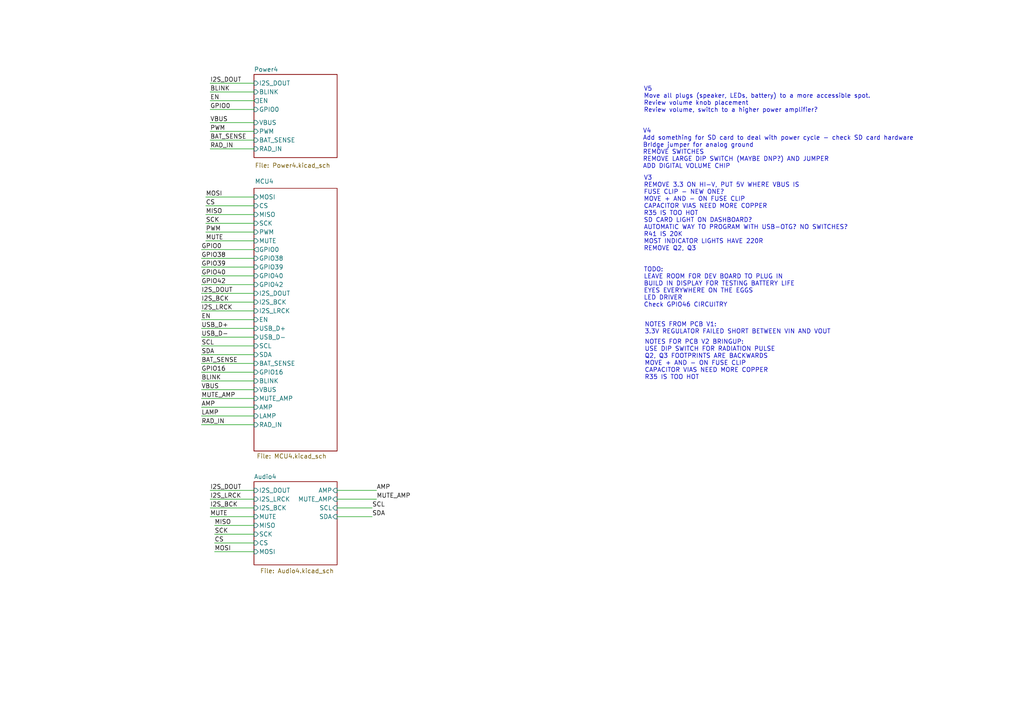
<source format=kicad_sch>
(kicad_sch
	(version 20250114)
	(generator "eeschema")
	(generator_version "9.0")
	(uuid "0a781558-ebe5-4562-8748-3cbe471da24e")
	(paper "A4")
	(title_block
		(title "POWER")
	)
	(lib_symbols)
	(text "V5\nMove all plugs (speaker, LEDs, battery) to a more accessible spot.\nReview volume knob placement\nReview volume, switch to a higher power amplifier? "
		(exclude_from_sim no)
		(at 186.69 28.956 0)
		(effects
			(font
				(size 1.27 1.27)
			)
			(justify left)
		)
		(uuid "0d12acfd-8745-4a93-a370-ea048b90e2a5")
	)
	(text "V3\nREMOVE 3.3 ON HI-V, PUT 5V WHERE VBUS IS\nFUSE CLIP - NEW ONE?\nMOVE + AND - ON FUSE CLIP\nCAPACITOR VIAS NEED MORE COPPER\nR35 IS TOO HOT\nSD CARD LIGHT ON DASHBOARD?\nAUTOMATIC WAY TO PROGRAM WITH USB-OTG? NO SWITCHES?\nR41 IS 20K\nMOST INDICATOR LIGHTS HAVE 220R \nREMOVE Q2, Q3\n\n\nTODO:\nLEAVE ROOM FOR DEV BOARD TO PLUG IN\nBUILD IN DISPLAY FOR TESTING BATTERY LIFE\nEYES EVERYWHERE ON THE EGGS\nLED DRIVER\nCheck GPIO46 CIRCUITRY"
		(exclude_from_sim no)
		(at 186.69 70.104 0)
		(effects
			(font
				(size 1.27 1.27)
			)
			(justify left)
		)
		(uuid "3760ff42-b08b-4703-aaf8-aeb1eb1db20c")
	)
	(text "NOTES FOR PCB V2 BRINGUP:\nUSE DIP SWITCH FOR RADIATION PULSE\nQ2, Q3 FOOTPRINTS ARE BACKWARDS\nMOVE + AND - ON FUSE CLIP\nCAPACITOR VIAS NEED MORE COPPER\nR35 IS TOO HOT"
		(exclude_from_sim no)
		(at 186.944 104.394 0)
		(effects
			(font
				(size 1.27 1.27)
			)
			(justify left)
		)
		(uuid "3eee940c-3daf-4539-b402-6624e95890bf")
	)
	(text "NOTES FROM PCB V1:\n3.3V REGULATOR FAILED SHORT BETWEEN VIN AND VOUT"
		(exclude_from_sim no)
		(at 186.944 95.25 0)
		(effects
			(font
				(size 1.27 1.27)
			)
			(justify left)
		)
		(uuid "4bc7d904-9336-4473-9b75-88914af7bb07")
	)
	(text "V4\nAdd something for SD card to deal with power cycle - check SD card hardware\nBrIdge jumper for analog ground\nREMOVE SWITCHES\nREMOVE LARGE DIP SWITCH (MAYBE DNP?) AND JUMPER\nADD DIGITAL VOLUME CHIP"
		(exclude_from_sim no)
		(at 186.436 43.18 0)
		(effects
			(font
				(size 1.27 1.27)
			)
			(justify left)
		)
		(uuid "e19991e7-0117-4423-9abf-ca858df787b7")
	)
	(wire
		(pts
			(xy 58.42 80.01) (xy 73.66 80.01)
		)
		(stroke
			(width 0)
			(type default)
		)
		(uuid "00d51275-3c9f-4e8a-891d-674dc05285b5")
	)
	(wire
		(pts
			(xy 58.42 118.11) (xy 73.66 118.11)
		)
		(stroke
			(width 0)
			(type default)
		)
		(uuid "0c9c5361-4757-4265-9e4b-5b97c0778bec")
	)
	(wire
		(pts
			(xy 58.42 123.19) (xy 73.66 123.19)
		)
		(stroke
			(width 0)
			(type default)
		)
		(uuid "0f8b3259-7567-475d-9122-349fdc01d9b9")
	)
	(wire
		(pts
			(xy 58.42 97.79) (xy 73.66 97.79)
		)
		(stroke
			(width 0)
			(type default)
		)
		(uuid "17d01d1f-b5ad-4bf7-9839-bc7a01be1db2")
	)
	(wire
		(pts
			(xy 58.42 82.55) (xy 73.66 82.55)
		)
		(stroke
			(width 0)
			(type default)
		)
		(uuid "187f0d01-d358-4a97-9462-d67bb09ab9e1")
	)
	(wire
		(pts
			(xy 73.66 85.09) (xy 58.42 85.09)
		)
		(stroke
			(width 0)
			(type default)
		)
		(uuid "1a434ad7-f196-4851-a582-b8f2a94077c2")
	)
	(wire
		(pts
			(xy 60.96 31.75) (xy 73.66 31.75)
		)
		(stroke
			(width 0)
			(type default)
		)
		(uuid "1cd59efe-9f8b-40dd-aa67-1cc8e5d9a440")
	)
	(wire
		(pts
			(xy 58.42 74.93) (xy 73.66 74.93)
		)
		(stroke
			(width 0)
			(type default)
		)
		(uuid "1f3eada3-dc51-49f7-92d4-97b65c693013")
	)
	(wire
		(pts
			(xy 73.66 113.03) (xy 58.42 113.03)
		)
		(stroke
			(width 0)
			(type default)
		)
		(uuid "20481f50-9904-4cae-92e6-53bc82e1a12f")
	)
	(wire
		(pts
			(xy 73.66 110.49) (xy 58.42 110.49)
		)
		(stroke
			(width 0)
			(type default)
		)
		(uuid "20cbcacc-7ce9-4a41-af38-17a075f5758c")
	)
	(wire
		(pts
			(xy 59.69 64.77) (xy 73.66 64.77)
		)
		(stroke
			(width 0)
			(type default)
		)
		(uuid "2349a2cd-4fa2-4b67-b5fc-2f7231be1c94")
	)
	(wire
		(pts
			(xy 73.66 152.4) (xy 62.23 152.4)
		)
		(stroke
			(width 0)
			(type default)
		)
		(uuid "26a05d0a-9edb-4a62-9a87-9f2e9e9d5b40")
	)
	(wire
		(pts
			(xy 60.96 144.78) (xy 73.66 144.78)
		)
		(stroke
			(width 0)
			(type default)
		)
		(uuid "2a86a4a0-ad2d-493d-bb50-56860e94f7c6")
	)
	(wire
		(pts
			(xy 73.66 90.17) (xy 58.42 90.17)
		)
		(stroke
			(width 0)
			(type default)
		)
		(uuid "37c95b4b-3806-4d96-9f5e-1632f608b932")
	)
	(wire
		(pts
			(xy 97.79 144.78) (xy 109.22 144.78)
		)
		(stroke
			(width 0)
			(type default)
		)
		(uuid "413c869a-4b13-4749-8b33-0abe1aa6e7ba")
	)
	(wire
		(pts
			(xy 73.66 142.24) (xy 60.96 142.24)
		)
		(stroke
			(width 0)
			(type default)
		)
		(uuid "4341ca1c-7bdc-4b1a-8e3b-8b122da564a9")
	)
	(wire
		(pts
			(xy 73.66 107.95) (xy 58.42 107.95)
		)
		(stroke
			(width 0)
			(type default)
		)
		(uuid "43949e9e-b128-4f98-86ad-9f6fb5c578e5")
	)
	(wire
		(pts
			(xy 58.42 72.39) (xy 73.66 72.39)
		)
		(stroke
			(width 0)
			(type default)
		)
		(uuid "53733d68-5b7d-4366-93c4-7c364f49d99f")
	)
	(wire
		(pts
			(xy 58.42 95.25) (xy 73.66 95.25)
		)
		(stroke
			(width 0)
			(type default)
		)
		(uuid "6a16eb77-e9e1-4606-a657-b42998640c14")
	)
	(wire
		(pts
			(xy 60.96 26.67) (xy 73.66 26.67)
		)
		(stroke
			(width 0)
			(type default)
		)
		(uuid "709bb0ff-7676-4b1f-a009-7e218858d457")
	)
	(wire
		(pts
			(xy 58.42 115.57) (xy 73.66 115.57)
		)
		(stroke
			(width 0)
			(type default)
		)
		(uuid "7c55beea-bf0a-47f3-9f5e-991d0a21d063")
	)
	(wire
		(pts
			(xy 73.66 105.41) (xy 58.42 105.41)
		)
		(stroke
			(width 0)
			(type default)
		)
		(uuid "7cd84569-910e-45f0-b3af-9990a2b4f597")
	)
	(wire
		(pts
			(xy 73.66 157.48) (xy 62.23 157.48)
		)
		(stroke
			(width 0)
			(type default)
		)
		(uuid "847ba38e-b3c4-4e0b-b6b8-7ba2cec47502")
	)
	(wire
		(pts
			(xy 73.66 154.94) (xy 62.23 154.94)
		)
		(stroke
			(width 0)
			(type default)
		)
		(uuid "87a3532f-7301-4486-9ec8-ffe18b051e79")
	)
	(wire
		(pts
			(xy 59.69 69.85) (xy 73.66 69.85)
		)
		(stroke
			(width 0)
			(type default)
		)
		(uuid "8bc69226-4d57-407d-9a32-3451aa289fd4")
	)
	(wire
		(pts
			(xy 73.66 35.56) (xy 60.96 35.56)
		)
		(stroke
			(width 0)
			(type default)
		)
		(uuid "8c34e4b0-ce49-4e2c-bd42-f03f49e2f403")
	)
	(wire
		(pts
			(xy 58.42 120.65) (xy 73.66 120.65)
		)
		(stroke
			(width 0)
			(type default)
		)
		(uuid "9373d7cd-bdea-4ffe-b075-23d66c61575e")
	)
	(wire
		(pts
			(xy 59.69 62.23) (xy 73.66 62.23)
		)
		(stroke
			(width 0)
			(type default)
		)
		(uuid "965637de-3f0b-43f2-8ebe-c36f32f4b1af")
	)
	(wire
		(pts
			(xy 97.79 142.24) (xy 109.22 142.24)
		)
		(stroke
			(width 0)
			(type default)
		)
		(uuid "9ad376c5-c14d-4f2f-a822-5ba3a98b7685")
	)
	(wire
		(pts
			(xy 97.79 149.86) (xy 107.95 149.86)
		)
		(stroke
			(width 0)
			(type default)
		)
		(uuid "a726d773-caf1-4f30-8f16-82d751cf6f5e")
	)
	(wire
		(pts
			(xy 58.42 92.71) (xy 73.66 92.71)
		)
		(stroke
			(width 0)
			(type default)
		)
		(uuid "ac4f844c-1dd4-41f8-b318-b2f1682b2083")
	)
	(wire
		(pts
			(xy 60.96 29.21) (xy 73.66 29.21)
		)
		(stroke
			(width 0)
			(type default)
		)
		(uuid "af118617-c222-4f30-8373-29594edcb5fc")
	)
	(wire
		(pts
			(xy 73.66 38.1) (xy 60.96 38.1)
		)
		(stroke
			(width 0)
			(type default)
		)
		(uuid "b3ae3e40-f9a7-414a-8597-e39f90168936")
	)
	(wire
		(pts
			(xy 59.69 67.31) (xy 73.66 67.31)
		)
		(stroke
			(width 0)
			(type default)
		)
		(uuid "b7a8d237-6f65-46de-af6f-8322c4e05e11")
	)
	(wire
		(pts
			(xy 60.96 147.32) (xy 73.66 147.32)
		)
		(stroke
			(width 0)
			(type default)
		)
		(uuid "ba42c7b6-74ea-406c-9dfe-fdb010a28b2b")
	)
	(wire
		(pts
			(xy 58.42 77.47) (xy 73.66 77.47)
		)
		(stroke
			(width 0)
			(type default)
		)
		(uuid "bf0020e8-5e68-41fd-aeaa-f8f0f2f49132")
	)
	(wire
		(pts
			(xy 73.66 43.18) (xy 60.96 43.18)
		)
		(stroke
			(width 0)
			(type default)
		)
		(uuid "cb7f8548-92a4-4a3a-b534-a7dca254f3a3")
	)
	(wire
		(pts
			(xy 58.42 100.33) (xy 73.66 100.33)
		)
		(stroke
			(width 0)
			(type default)
		)
		(uuid "cf38914f-a75b-45a2-8271-bd7d08670489")
	)
	(wire
		(pts
			(xy 73.66 87.63) (xy 58.42 87.63)
		)
		(stroke
			(width 0)
			(type default)
		)
		(uuid "dc84777f-09a7-43cc-a4f4-c67041b2440a")
	)
	(wire
		(pts
			(xy 97.79 147.32) (xy 107.95 147.32)
		)
		(stroke
			(width 0)
			(type default)
		)
		(uuid "dd63d3fb-ce57-44f3-96b9-8ab38066b182")
	)
	(wire
		(pts
			(xy 73.66 160.02) (xy 62.23 160.02)
		)
		(stroke
			(width 0)
			(type default)
		)
		(uuid "de05d0c3-7f33-4363-b68f-8f4dbdf73d1a")
	)
	(wire
		(pts
			(xy 58.42 102.87) (xy 73.66 102.87)
		)
		(stroke
			(width 0)
			(type default)
		)
		(uuid "ee940359-9c37-49e9-97b1-b76630c44c50")
	)
	(wire
		(pts
			(xy 60.96 24.13) (xy 73.66 24.13)
		)
		(stroke
			(width 0)
			(type default)
		)
		(uuid "f23393b7-5aea-4103-a55b-328cb1d1e294")
	)
	(wire
		(pts
			(xy 60.96 149.86) (xy 73.66 149.86)
		)
		(stroke
			(width 0)
			(type default)
		)
		(uuid "f3aa6aba-7ed2-4bc6-ae38-a3aad0eacbbd")
	)
	(wire
		(pts
			(xy 73.66 40.64) (xy 60.96 40.64)
		)
		(stroke
			(width 0)
			(type default)
		)
		(uuid "f6d308ab-8708-4688-b9dc-58fdc2440899")
	)
	(wire
		(pts
			(xy 73.66 57.15) (xy 59.69 57.15)
		)
		(stroke
			(width 0)
			(type default)
		)
		(uuid "f7504d3f-b4bb-42df-8c57-89dfdff49f4d")
	)
	(wire
		(pts
			(xy 59.69 59.69) (xy 73.66 59.69)
		)
		(stroke
			(width 0)
			(type default)
		)
		(uuid "f846ba87-39b0-4205-8dc9-f0d22e065528")
	)
	(label "SDA"
		(at 58.42 102.87 0)
		(effects
			(font
				(size 1.27 1.27)
			)
			(justify left bottom)
		)
		(uuid "00e90810-afd1-4318-b29c-40c2262d391c")
	)
	(label "MUTE_AMP"
		(at 58.42 115.57 0)
		(effects
			(font
				(size 1.27 1.27)
			)
			(justify left bottom)
		)
		(uuid "01f91f1d-421b-4923-bc06-4558eeafb381")
	)
	(label "MUTE_AMP"
		(at 109.22 144.78 0)
		(effects
			(font
				(size 1.27 1.27)
			)
			(justify left bottom)
		)
		(uuid "03cf32e2-0527-4bac-b85d-934266dbad13")
	)
	(label "MUTE"
		(at 59.69 69.85 0)
		(effects
			(font
				(size 1.27 1.27)
			)
			(justify left bottom)
		)
		(uuid "05f2e2a5-c19c-4aca-a249-dc5a97e1fe9b")
	)
	(label "VBUS"
		(at 60.96 35.56 0)
		(effects
			(font
				(size 1.27 1.27)
			)
			(justify left bottom)
		)
		(uuid "10a5282e-e56a-4652-9819-8a97103526d3")
	)
	(label "USB_D-"
		(at 58.42 97.79 0)
		(effects
			(font
				(size 1.27 1.27)
			)
			(justify left bottom)
		)
		(uuid "13367ad7-c3da-45b9-8f68-2c488acba365")
	)
	(label "I2S_LRCK"
		(at 60.96 144.78 0)
		(effects
			(font
				(size 1.27 1.27)
			)
			(justify left bottom)
		)
		(uuid "1526b434-c438-4564-8d08-ec918847368e")
	)
	(label "GPIO16"
		(at 58.42 107.95 0)
		(effects
			(font
				(size 1.27 1.27)
			)
			(justify left bottom)
		)
		(uuid "1a803dd8-1afb-4b19-a0f3-1c92a9946fa2")
	)
	(label "MISO"
		(at 62.23 152.4 0)
		(effects
			(font
				(size 1.27 1.27)
			)
			(justify left bottom)
		)
		(uuid "1ecbbbd5-33f2-4a4e-be9e-8fcf78287925")
	)
	(label "BAT_SENSE"
		(at 58.42 105.41 0)
		(effects
			(font
				(size 1.27 1.27)
			)
			(justify left bottom)
		)
		(uuid "21b7c23e-0dec-4a16-b235-08908dda8944")
	)
	(label "PWM"
		(at 60.96 38.1 0)
		(effects
			(font
				(size 1.27 1.27)
			)
			(justify left bottom)
		)
		(uuid "29668604-2b20-4cd5-975d-bb60ea28c91c")
	)
	(label "GPIO0"
		(at 58.42 72.39 0)
		(effects
			(font
				(size 1.27 1.27)
			)
			(justify left bottom)
		)
		(uuid "2b82d51c-69f6-4a17-a439-1607ab63c04e")
	)
	(label "I2S_LRCK"
		(at 58.42 90.17 0)
		(effects
			(font
				(size 1.27 1.27)
			)
			(justify left bottom)
		)
		(uuid "2e856661-ffc8-433d-961f-3cc88a633fc0")
	)
	(label "MUTE"
		(at 60.96 149.86 0)
		(effects
			(font
				(size 1.27 1.27)
			)
			(justify left bottom)
		)
		(uuid "3f75cbd6-0d04-437f-b06b-c753c532c22c")
	)
	(label "SCL"
		(at 107.95 147.32 0)
		(effects
			(font
				(size 1.27 1.27)
			)
			(justify left bottom)
		)
		(uuid "45c26e51-7ef9-46b3-ba4a-ff0d11d9df88")
	)
	(label "SDA"
		(at 107.95 149.86 0)
		(effects
			(font
				(size 1.27 1.27)
			)
			(justify left bottom)
		)
		(uuid "4953c9f9-4e87-44c3-9367-44b6514f375e")
	)
	(label "RAD_IN"
		(at 58.42 123.19 0)
		(effects
			(font
				(size 1.27 1.27)
			)
			(justify left bottom)
		)
		(uuid "4af43a4c-5e7f-4dac-99a4-725bf64aa495")
	)
	(label "MISO"
		(at 59.69 62.23 0)
		(effects
			(font
				(size 1.27 1.27)
			)
			(justify left bottom)
		)
		(uuid "4e19abde-7a89-450d-8f97-d46fa14900d4")
	)
	(label "MOSI"
		(at 59.69 57.15 0)
		(effects
			(font
				(size 1.27 1.27)
			)
			(justify left bottom)
		)
		(uuid "59846df6-9020-4337-918f-d749baabe3ee")
	)
	(label "AMP"
		(at 58.42 118.11 0)
		(effects
			(font
				(size 1.27 1.27)
			)
			(justify left bottom)
		)
		(uuid "5d0c9b31-c78e-4972-b676-3ffdeb622c42")
	)
	(label "BLINK"
		(at 60.96 26.67 0)
		(effects
			(font
				(size 1.27 1.27)
			)
			(justify left bottom)
		)
		(uuid "647ff05e-a383-427e-a40d-e627c7a105c7")
	)
	(label "GPIO38"
		(at 58.42 74.93 0)
		(effects
			(font
				(size 1.27 1.27)
			)
			(justify left bottom)
		)
		(uuid "6a00b6c3-bb39-4e1a-a30f-27621c7b01ec")
	)
	(label "I2S_BCK"
		(at 60.96 147.32 0)
		(effects
			(font
				(size 1.27 1.27)
			)
			(justify left bottom)
		)
		(uuid "738a9128-26f7-487a-98bf-62a7d01e5783")
	)
	(label "GPIO39"
		(at 58.42 77.47 0)
		(effects
			(font
				(size 1.27 1.27)
			)
			(justify left bottom)
		)
		(uuid "83910de1-90f7-46eb-85d8-2a6fc067ec1d")
	)
	(label "SCK"
		(at 59.69 64.77 0)
		(effects
			(font
				(size 1.27 1.27)
			)
			(justify left bottom)
		)
		(uuid "8c63ff11-be6d-4429-b189-df83fb34bd1c")
	)
	(label "PWM"
		(at 59.69 67.31 0)
		(effects
			(font
				(size 1.27 1.27)
			)
			(justify left bottom)
		)
		(uuid "92bd6725-83ca-4375-aa9e-d8dc0fa5424e")
	)
	(label "CS"
		(at 59.69 59.69 0)
		(effects
			(font
				(size 1.27 1.27)
			)
			(justify left bottom)
		)
		(uuid "934a300d-a898-4abc-beb5-a95bf953e24a")
	)
	(label "CS"
		(at 62.23 157.48 0)
		(effects
			(font
				(size 1.27 1.27)
			)
			(justify left bottom)
		)
		(uuid "9b7233ac-42c1-436c-8c47-cc57170128c7")
	)
	(label "USB_D+"
		(at 58.42 95.25 0)
		(effects
			(font
				(size 1.27 1.27)
			)
			(justify left bottom)
		)
		(uuid "a70b322a-ae54-4e3d-bbf4-8ae95bffa33c")
	)
	(label "BLINK"
		(at 58.42 110.49 0)
		(effects
			(font
				(size 1.27 1.27)
			)
			(justify left bottom)
		)
		(uuid "ac1a1a16-6cb9-4a91-b9bb-87b4cdeb0bb8")
	)
	(label "GPIO0"
		(at 60.96 31.75 0)
		(effects
			(font
				(size 1.27 1.27)
			)
			(justify left bottom)
		)
		(uuid "b0d1a239-4248-4692-b245-e34f484ba3fb")
	)
	(label "BAT_SENSE"
		(at 60.96 40.64 0)
		(effects
			(font
				(size 1.27 1.27)
			)
			(justify left bottom)
		)
		(uuid "b5f309b9-72fb-497c-b7cc-8bba35d7c773")
	)
	(label "SCL"
		(at 58.42 100.33 0)
		(effects
			(font
				(size 1.27 1.27)
			)
			(justify left bottom)
		)
		(uuid "b6ff34ce-9673-4332-9c37-7e556c027b19")
	)
	(label "AMP"
		(at 109.22 142.24 0)
		(effects
			(font
				(size 1.27 1.27)
			)
			(justify left bottom)
		)
		(uuid "c5529402-a329-47ea-a98e-c1a173799717")
	)
	(label "VBUS"
		(at 58.42 113.03 0)
		(effects
			(font
				(size 1.27 1.27)
			)
			(justify left bottom)
		)
		(uuid "d1b95b20-ea76-4b39-b82c-fde0bff583f1")
	)
	(label "RAD_IN"
		(at 60.96 43.18 0)
		(effects
			(font
				(size 1.27 1.27)
			)
			(justify left bottom)
		)
		(uuid "d2c6ab1a-f87f-40db-a367-59719b1918e6")
	)
	(label "I2S_DOUT"
		(at 60.96 142.24 0)
		(effects
			(font
				(size 1.27 1.27)
			)
			(justify left bottom)
		)
		(uuid "d3f4d3bd-0143-41ed-af7a-428433846dd3")
	)
	(label "MOSI"
		(at 62.23 160.02 0)
		(effects
			(font
				(size 1.27 1.27)
			)
			(justify left bottom)
		)
		(uuid "d4deff41-9cb0-419c-b01d-9f57dd878436")
	)
	(label "LAMP"
		(at 58.42 120.65 0)
		(effects
			(font
				(size 1.27 1.27)
			)
			(justify left bottom)
		)
		(uuid "daa8e959-0d35-4e2e-980f-82f02e9b5f9d")
	)
	(label "SCK"
		(at 62.23 154.94 0)
		(effects
			(font
				(size 1.27 1.27)
			)
			(justify left bottom)
		)
		(uuid "dc6e1dc8-6315-48a2-89cb-a64b9bd8ff4b")
	)
	(label "EN"
		(at 60.96 29.21 0)
		(effects
			(font
				(size 1.27 1.27)
			)
			(justify left bottom)
		)
		(uuid "de3a5adc-b487-4a05-a815-8a4861263b92")
	)
	(label "GPIO40"
		(at 58.42 80.01 0)
		(effects
			(font
				(size 1.27 1.27)
			)
			(justify left bottom)
		)
		(uuid "e042b7d6-afe5-428f-8a20-c33daaa7d90e")
	)
	(label "GPIO42"
		(at 58.42 82.55 0)
		(effects
			(font
				(size 1.27 1.27)
			)
			(justify left bottom)
		)
		(uuid "e50843d7-4324-4a40-bd84-8fea7b310280")
	)
	(label "EN"
		(at 58.42 92.71 0)
		(effects
			(font
				(size 1.27 1.27)
			)
			(justify left bottom)
		)
		(uuid "e5f1e5b2-d058-479a-bdeb-6b5862ae51c5")
	)
	(label "I2S_DOUT"
		(at 60.96 24.13 0)
		(effects
			(font
				(size 1.27 1.27)
			)
			(justify left bottom)
		)
		(uuid "ee6d5dc5-80ee-4dd8-86cc-67a8db50880c")
	)
	(label "I2S_DOUT"
		(at 58.42 85.09 0)
		(effects
			(font
				(size 1.27 1.27)
			)
			(justify left bottom)
		)
		(uuid "ef660538-3fc5-47c9-8279-939f5552a4d6")
	)
	(label "I2S_BCK"
		(at 58.42 87.63 0)
		(effects
			(font
				(size 1.27 1.27)
			)
			(justify left bottom)
		)
		(uuid "f47fc5ab-c1f8-4d93-844e-47fdd082b21a")
	)
	(sheet
		(at 73.66 54.61)
		(size 24.13 76.2)
		(exclude_from_sim no)
		(in_bom yes)
		(on_board yes)
		(dnp no)
		(stroke
			(width 0.1524)
			(type solid)
		)
		(fill
			(color 0 0 0 0.0000)
		)
		(uuid "553d155f-51d7-41f8-b819-9cc6d294555d")
		(property "Sheetname" "MCU4"
			(at 73.914 53.34 0)
			(effects
				(font
					(size 1.27 1.27)
				)
				(justify left bottom)
			)
		)
		(property "Sheetfile" "MCU4.kicad_sch"
			(at 74.422 131.572 0)
			(effects
				(font
					(size 1.27 1.27)
				)
				(justify left top)
			)
		)
		(pin "PWM" input
			(at 73.66 67.31 180)
			(uuid "42a93fe2-4817-4fd9-816e-3bd015a1a960")
			(effects
				(font
					(size 1.27 1.27)
				)
				(justify left)
			)
		)
		(pin "MOSI" input
			(at 73.66 57.15 180)
			(uuid "14d9bee1-fc21-45d1-a1ee-621f6a671d24")
			(effects
				(font
					(size 1.27 1.27)
				)
				(justify left)
			)
		)
		(pin "CS" input
			(at 73.66 59.69 180)
			(uuid "e5cdb24a-1f5b-4834-be11-f16511810d1d")
			(effects
				(font
					(size 1.27 1.27)
				)
				(justify left)
			)
		)
		(pin "MISO" input
			(at 73.66 62.23 180)
			(uuid "035598f6-83f6-4b47-9724-be11a6658197")
			(effects
				(font
					(size 1.27 1.27)
				)
				(justify left)
			)
		)
		(pin "MUTE" input
			(at 73.66 69.85 180)
			(uuid "80e129de-b5ff-4217-a1c3-ebce762439f3")
			(effects
				(font
					(size 1.27 1.27)
				)
				(justify left)
			)
		)
		(pin "I2S_DOUT" input
			(at 73.66 85.09 180)
			(uuid "d1c4e243-6339-441b-84fe-394997173f4e")
			(effects
				(font
					(size 1.27 1.27)
				)
				(justify left)
			)
		)
		(pin "I2S_BCK" input
			(at 73.66 87.63 180)
			(uuid "c984886b-a653-459b-a309-2085de4d2218")
			(effects
				(font
					(size 1.27 1.27)
				)
				(justify left)
			)
		)
		(pin "I2S_LRCK" input
			(at 73.66 90.17 180)
			(uuid "334ec726-ff39-4545-8d1f-e4f6248a0982")
			(effects
				(font
					(size 1.27 1.27)
				)
				(justify left)
			)
		)
		(pin "EN" input
			(at 73.66 92.71 180)
			(uuid "b7e582fd-e217-4009-ac79-75e49f8a3bac")
			(effects
				(font
					(size 1.27 1.27)
				)
				(justify left)
			)
		)
		(pin "USB_D+" input
			(at 73.66 95.25 180)
			(uuid "54e379b3-c80e-43c4-ac73-fff6f1696ade")
			(effects
				(font
					(size 1.27 1.27)
				)
				(justify left)
			)
		)
		(pin "SDA" input
			(at 73.66 102.87 180)
			(uuid "93c644de-1014-4529-bc0a-9acc3157b50a")
			(effects
				(font
					(size 1.27 1.27)
				)
				(justify left)
			)
		)
		(pin "USB_D-" input
			(at 73.66 97.79 180)
			(uuid "e2d25cc2-8499-47a0-bc1c-eeecc8fe1bd4")
			(effects
				(font
					(size 1.27 1.27)
				)
				(justify left)
			)
		)
		(pin "SCL" input
			(at 73.66 100.33 180)
			(uuid "e4c66ecb-e96e-4f58-a6b1-9b63759346bb")
			(effects
				(font
					(size 1.27 1.27)
				)
				(justify left)
			)
		)
		(pin "SCK" input
			(at 73.66 64.77 180)
			(uuid "d14bd2b1-78ef-4d53-9e61-96fcce6ff65d")
			(effects
				(font
					(size 1.27 1.27)
				)
				(justify left)
			)
		)
		(pin "GPIO0" output
			(at 73.66 72.39 180)
			(uuid "3e51a168-30e0-4b4a-9e77-d173891d312a")
			(effects
				(font
					(size 1.27 1.27)
				)
				(justify left)
			)
		)
		(pin "GPIO38" input
			(at 73.66 74.93 180)
			(uuid "f80cd076-189d-4fea-893d-583bbea78fb6")
			(effects
				(font
					(size 1.27 1.27)
				)
				(justify left)
			)
		)
		(pin "GPIO39" input
			(at 73.66 77.47 180)
			(uuid "c04fe439-33a7-4fb7-bdd6-68c6dfbdd2b2")
			(effects
				(font
					(size 1.27 1.27)
				)
				(justify left)
			)
		)
		(pin "GPIO40" input
			(at 73.66 80.01 180)
			(uuid "22f39a2a-536b-4601-92ac-15a0210eedb6")
			(effects
				(font
					(size 1.27 1.27)
				)
				(justify left)
			)
		)
		(pin "GPIO42" input
			(at 73.66 82.55 180)
			(uuid "81dbaa43-a71b-43bf-8a9b-63a1d8ab907c")
			(effects
				(font
					(size 1.27 1.27)
				)
				(justify left)
			)
		)
		(pin "GPIO16" input
			(at 73.66 107.95 180)
			(uuid "ae05cb11-b315-422d-b99d-82be99ea9c77")
			(effects
				(font
					(size 1.27 1.27)
				)
				(justify left)
			)
		)
		(pin "BLINK" input
			(at 73.66 110.49 180)
			(uuid "ff3a26d3-40ce-45e7-b313-a8591f38f4a9")
			(effects
				(font
					(size 1.27 1.27)
				)
				(justify left)
			)
		)
		(pin "BAT_SENSE" input
			(at 73.66 105.41 180)
			(uuid "1e360545-932b-4093-920e-ee7b910abefd")
			(effects
				(font
					(size 1.27 1.27)
				)
				(justify left)
			)
		)
		(pin "VBUS" input
			(at 73.66 113.03 180)
			(uuid "d8239a7d-33b1-48d0-8b78-aeabe7930c76")
			(effects
				(font
					(size 1.27 1.27)
				)
				(justify left)
			)
		)
		(pin "MUTE_AMP" input
			(at 73.66 115.57 180)
			(uuid "a3497547-8303-4e55-8dd8-b10b1dd1b538")
			(effects
				(font
					(size 1.27 1.27)
				)
				(justify left)
			)
		)
		(pin "AMP" input
			(at 73.66 118.11 180)
			(uuid "d5d22bc3-3b2c-4a2f-b566-3c8636287cad")
			(effects
				(font
					(size 1.27 1.27)
				)
				(justify left)
			)
		)
		(pin "LAMP" input
			(at 73.66 120.65 180)
			(uuid "ba3fd38e-f9ea-4745-9f73-452ad033a36d")
			(effects
				(font
					(size 1.27 1.27)
				)
				(justify left)
			)
		)
		(pin "RAD_IN" input
			(at 73.66 123.19 180)
			(uuid "079f3ff6-1474-49ef-858e-1441d1810fdc")
			(effects
				(font
					(size 1.27 1.27)
				)
				(justify left)
			)
		)
		(instances
			(project "Messages4"
				(path "/0a781558-ebe5-4562-8748-3cbe471da24e"
					(page "3")
				)
			)
		)
	)
	(sheet
		(at 73.66 21.59)
		(size 24.13 24.13)
		(exclude_from_sim no)
		(in_bom yes)
		(on_board yes)
		(dnp no)
		(stroke
			(width 0.1524)
			(type solid)
		)
		(fill
			(color 0 0 0 0.0000)
		)
		(uuid "61d54e0e-bfef-4c96-86a7-a9968a7c2798")
		(property "Sheetname" "Power4"
			(at 73.66 20.8784 0)
			(effects
				(font
					(size 1.27 1.27)
				)
				(justify left bottom)
			)
		)
		(property "Sheetfile" "Power4.kicad_sch"
			(at 73.914 47.244 0)
			(effects
				(font
					(size 1.27 1.27)
				)
				(justify left top)
			)
		)
		(pin "VBUS" input
			(at 73.66 35.56 180)
			(uuid "bbf20841-e019-4547-9bc8-1dfc365a24f8")
			(effects
				(font
					(size 1.27 1.27)
				)
				(justify left)
			)
		)
		(pin "PWM" input
			(at 73.66 38.1 180)
			(uuid "5eab1e3a-152c-4a13-90bc-5af57ff39fed")
			(effects
				(font
					(size 1.27 1.27)
				)
				(justify left)
			)
		)
		(pin "EN" output
			(at 73.66 29.21 180)
			(uuid "1328f00f-84eb-4f47-8e55-ddf31947dcbe")
			(effects
				(font
					(size 1.27 1.27)
				)
				(justify left)
			)
		)
		(pin "GPIO0" input
			(at 73.66 31.75 180)
			(uuid "83bf40df-1574-4925-9bb0-cc63693455b5")
			(effects
				(font
					(size 1.27 1.27)
				)
				(justify left)
			)
		)
		(pin "BLINK" input
			(at 73.66 26.67 180)
			(uuid "ca044bd9-9af4-4358-8d2a-0f12041fa365")
			(effects
				(font
					(size 1.27 1.27)
				)
				(justify left)
			)
		)
		(pin "BAT_SENSE" input
			(at 73.66 40.64 180)
			(uuid "76bb6b33-4437-452a-9205-2d482d58c957")
			(effects
				(font
					(size 1.27 1.27)
				)
				(justify left)
			)
		)
		(pin "RAD_IN" input
			(at 73.66 43.18 180)
			(uuid "e408da4f-e298-4136-9042-f6b098fe4d13")
			(effects
				(font
					(size 1.27 1.27)
				)
				(justify left)
			)
		)
		(pin "I2S_DOUT" input
			(at 73.66 24.13 180)
			(uuid "2e2b575f-7a77-4976-9aec-161657ecaa1f")
			(effects
				(font
					(size 1.27 1.27)
				)
				(justify left)
			)
		)
		(instances
			(project "Messages4"
				(path "/0a781558-ebe5-4562-8748-3cbe471da24e"
					(page "2")
				)
			)
		)
	)
	(sheet
		(at 73.66 139.7)
		(size 24.13 24.13)
		(exclude_from_sim no)
		(in_bom yes)
		(on_board yes)
		(dnp no)
		(stroke
			(width 0.1524)
			(type solid)
		)
		(fill
			(color 0 0 0 0.0000)
		)
		(uuid "b03a8cbd-5823-419c-808a-8b6445fe34d3")
		(property "Sheetname" "Audio4"
			(at 73.66 138.9884 0)
			(effects
				(font
					(size 1.27 1.27)
				)
				(justify left bottom)
			)
		)
		(property "Sheetfile" "Audio4.kicad_sch"
			(at 75.438 164.846 0)
			(effects
				(font
					(size 1.27 1.27)
				)
				(justify left top)
			)
		)
		(pin "I2S_DOUT" input
			(at 73.66 142.24 180)
			(uuid "65272281-d2d7-49e9-825e-4832744d2787")
			(effects
				(font
					(size 1.27 1.27)
				)
				(justify left)
			)
		)
		(pin "I2S_LRCK" input
			(at 73.66 144.78 180)
			(uuid "c92f7b4b-ddf3-455d-a6b4-2fbcbe7fdd07")
			(effects
				(font
					(size 1.27 1.27)
				)
				(justify left)
			)
		)
		(pin "I2S_BCK" input
			(at 73.66 147.32 180)
			(uuid "fd99170c-ecf3-4e72-9566-82028d6c5a56")
			(effects
				(font
					(size 1.27 1.27)
				)
				(justify left)
			)
		)
		(pin "MUTE" input
			(at 73.66 149.86 180)
			(uuid "fdff88a7-9de6-4a10-85fb-62de74b56168")
			(effects
				(font
					(size 1.27 1.27)
				)
				(justify left)
			)
		)
		(pin "MISO" input
			(at 73.66 152.4 180)
			(uuid "831a6e53-d406-4ef7-93db-9b09745c8ebe")
			(effects
				(font
					(size 1.27 1.27)
				)
				(justify left)
			)
		)
		(pin "SCK" input
			(at 73.66 154.94 180)
			(uuid "fa290403-7d4f-42d8-a24f-d9a7a515e3e4")
			(effects
				(font
					(size 1.27 1.27)
				)
				(justify left)
			)
		)
		(pin "CS" input
			(at 73.66 157.48 180)
			(uuid "90c1469b-01b4-416b-a694-dee52521e817")
			(effects
				(font
					(size 1.27 1.27)
				)
				(justify left)
			)
		)
		(pin "MOSI" input
			(at 73.66 160.02 180)
			(uuid "ff681818-cbf5-4a11-9a81-994883677114")
			(effects
				(font
					(size 1.27 1.27)
				)
				(justify left)
			)
		)
		(pin "AMP" input
			(at 97.79 142.24 0)
			(uuid "eb8b9264-c06a-47b1-8e7d-aa1ac9b258ce")
			(effects
				(font
					(size 1.27 1.27)
				)
				(justify right)
			)
		)
		(pin "MUTE_AMP" input
			(at 97.79 144.78 0)
			(uuid "1e4ee66c-1f45-45f9-b8f5-30dbdbf1c5f3")
			(effects
				(font
					(size 1.27 1.27)
				)
				(justify right)
			)
		)
		(pin "SCL" input
			(at 97.79 147.32 0)
			(uuid "2a999de3-3328-436d-9208-9bd6f8c6cc68")
			(effects
				(font
					(size 1.27 1.27)
				)
				(justify right)
			)
		)
		(pin "SDA" input
			(at 97.79 149.86 0)
			(uuid "2c4b82ee-f017-4b7f-86ab-d1eba93210cb")
			(effects
				(font
					(size 1.27 1.27)
				)
				(justify right)
			)
		)
		(instances
			(project "Messages4"
				(path "/0a781558-ebe5-4562-8748-3cbe471da24e"
					(page "4")
				)
			)
		)
	)
	(sheet_instances
		(path "/"
			(page "1")
		)
	)
	(embedded_fonts no)
)

</source>
